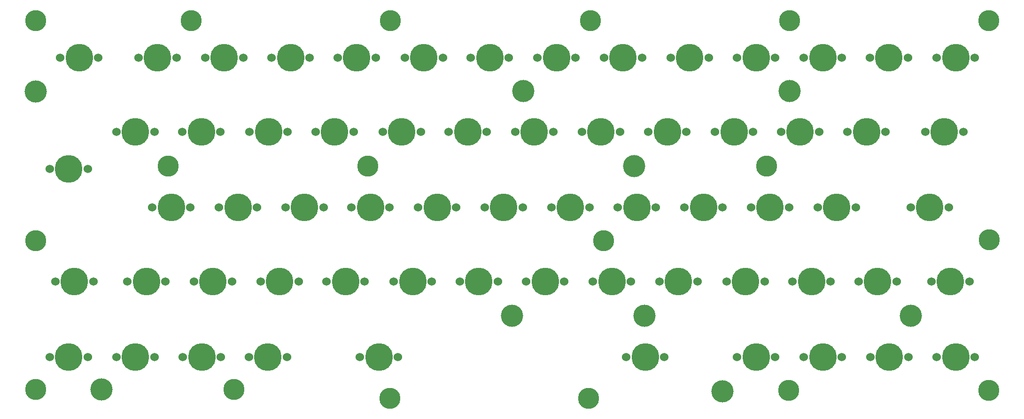
<source format=gbs>
G04 #@! TF.GenerationSoftware,KiCad,Pcbnew,5.1.8+dfsg1-1~bpo10+1*
G04 #@! TF.CreationDate,2020-11-24T20:00:48+01:00*
G04 #@! TF.ProjectId,armpofo_keyboard,61726d70-6f66-46f5-9f6b-6579626f6172,rev?*
G04 #@! TF.SameCoordinates,Original*
G04 #@! TF.FileFunction,Soldermask,Bot*
G04 #@! TF.FilePolarity,Negative*
%FSLAX46Y46*%
G04 Gerber Fmt 4.6, Leading zero omitted, Abs format (unit mm)*
G04 Created by KiCad (PCBNEW 5.1.8+dfsg1-1~bpo10+1) date 2020-11-24 20:00:48*
%MOMM*%
%LPD*%
G01*
G04 APERTURE LIST*
%ADD10C,5.000000*%
%ADD11C,1.524000*%
%ADD12C,4.000000*%
%ADD13C,3.800000*%
G04 APERTURE END LIST*
D10*
G04 #@! TO.C,SW36*
X100600000Y-37100000D03*
D11*
X104029000Y-37100000D03*
X97171000Y-37100000D03*
G04 #@! TD*
D10*
G04 #@! TO.C,SW1*
X12100000Y-10100000D03*
D11*
X15529000Y-10100000D03*
X8671000Y-10100000D03*
G04 #@! TD*
D10*
G04 #@! TO.C,SW2*
X26200000Y-10100000D03*
D11*
X29629000Y-10100000D03*
X22771000Y-10100000D03*
G04 #@! TD*
D10*
G04 #@! TO.C,SW3*
X38200000Y-10100000D03*
D11*
X41629000Y-10100000D03*
X34771000Y-10100000D03*
G04 #@! TD*
D10*
G04 #@! TO.C,SW4*
X50200000Y-10100000D03*
D11*
X53629000Y-10100000D03*
X46771000Y-10100000D03*
G04 #@! TD*
D10*
G04 #@! TO.C,SW5*
X62100000Y-10100000D03*
D11*
X65529000Y-10100000D03*
X58671000Y-10100000D03*
G04 #@! TD*
D10*
G04 #@! TO.C,SW6*
X74200000Y-10100000D03*
D11*
X77629000Y-10100000D03*
X70771000Y-10100000D03*
G04 #@! TD*
D10*
G04 #@! TO.C,SW7*
X86100000Y-10100000D03*
D11*
X89529000Y-10100000D03*
X82671000Y-10100000D03*
G04 #@! TD*
D10*
G04 #@! TO.C,SW8*
X98100000Y-10100000D03*
D11*
X101529000Y-10100000D03*
X94671000Y-10100000D03*
G04 #@! TD*
D10*
G04 #@! TO.C,SW9*
X110100000Y-10100000D03*
D11*
X113529000Y-10100000D03*
X106671000Y-10100000D03*
G04 #@! TD*
D10*
G04 #@! TO.C,SW10*
X122100000Y-10100000D03*
D11*
X125529000Y-10100000D03*
X118671000Y-10100000D03*
G04 #@! TD*
D10*
G04 #@! TO.C,SW11*
X134100000Y-10100000D03*
D11*
X137529000Y-10100000D03*
X130671000Y-10100000D03*
G04 #@! TD*
D10*
G04 #@! TO.C,SW12*
X146100000Y-10100000D03*
D11*
X149529000Y-10100000D03*
X142671000Y-10100000D03*
G04 #@! TD*
D10*
G04 #@! TO.C,SW13*
X158000000Y-10100000D03*
D11*
X161429000Y-10100000D03*
X154571000Y-10100000D03*
G04 #@! TD*
D10*
G04 #@! TO.C,SW14*
X170100000Y-10100000D03*
D11*
X173529000Y-10100000D03*
X166671000Y-10100000D03*
G04 #@! TD*
D10*
G04 #@! TO.C,SW15*
X22200000Y-23500000D03*
D11*
X25629000Y-23500000D03*
X18771000Y-23500000D03*
G04 #@! TD*
D10*
G04 #@! TO.C,SW16*
X34100000Y-23500000D03*
D11*
X37529000Y-23500000D03*
X30671000Y-23500000D03*
G04 #@! TD*
D10*
G04 #@! TO.C,SW17*
X46200000Y-23500000D03*
D11*
X49629000Y-23500000D03*
X42771000Y-23500000D03*
G04 #@! TD*
D10*
G04 #@! TO.C,SW18*
X58100000Y-23500000D03*
D11*
X61529000Y-23500000D03*
X54671000Y-23500000D03*
G04 #@! TD*
D10*
G04 #@! TO.C,SW19*
X70200000Y-23500000D03*
D11*
X73629000Y-23500000D03*
X66771000Y-23500000D03*
G04 #@! TD*
D10*
G04 #@! TO.C,SW20*
X82100000Y-23500000D03*
D11*
X85529000Y-23500000D03*
X78671000Y-23500000D03*
G04 #@! TD*
D10*
G04 #@! TO.C,SW21*
X94100000Y-23500000D03*
D11*
X97529000Y-23500000D03*
X90671000Y-23500000D03*
G04 #@! TD*
D10*
G04 #@! TO.C,SW22*
X106100000Y-23500000D03*
D11*
X109529000Y-23500000D03*
X102671000Y-23500000D03*
G04 #@! TD*
D10*
G04 #@! TO.C,SW23*
X118100000Y-23500000D03*
D11*
X121529000Y-23500000D03*
X114671000Y-23500000D03*
G04 #@! TD*
D10*
G04 #@! TO.C,SW24*
X130100000Y-23500000D03*
D11*
X133529000Y-23500000D03*
X126671000Y-23500000D03*
G04 #@! TD*
D10*
G04 #@! TO.C,SW25*
X142000000Y-23500000D03*
D11*
X145429000Y-23500000D03*
X138571000Y-23500000D03*
G04 #@! TD*
D10*
G04 #@! TO.C,SW26*
X154000000Y-23500000D03*
D11*
X157429000Y-23500000D03*
X150571000Y-23500000D03*
G04 #@! TD*
D10*
G04 #@! TO.C,SW27*
X168000000Y-23500000D03*
D11*
X171429000Y-23500000D03*
X164571000Y-23500000D03*
G04 #@! TD*
D10*
G04 #@! TO.C,SW28*
X10200000Y-30200000D03*
D11*
X13629000Y-30200000D03*
X6771000Y-30200000D03*
G04 #@! TD*
D10*
G04 #@! TO.C,SW29*
X165400000Y-37100000D03*
D11*
X168829000Y-37100000D03*
X161971000Y-37100000D03*
G04 #@! TD*
D10*
G04 #@! TO.C,SW30*
X28700000Y-37100000D03*
D11*
X32129000Y-37100000D03*
X25271000Y-37100000D03*
G04 #@! TD*
D10*
G04 #@! TO.C,SW31*
X40700000Y-37100000D03*
D11*
X44129000Y-37100000D03*
X37271000Y-37100000D03*
G04 #@! TD*
D10*
G04 #@! TO.C,SW32*
X52700000Y-37100000D03*
D11*
X56129000Y-37100000D03*
X49271000Y-37100000D03*
G04 #@! TD*
D10*
G04 #@! TO.C,SW33*
X64600000Y-37100000D03*
D11*
X68029000Y-37100000D03*
X61171000Y-37100000D03*
G04 #@! TD*
D10*
G04 #@! TO.C,SW34*
X76600000Y-37100000D03*
D11*
X80029000Y-37100000D03*
X73171000Y-37100000D03*
G04 #@! TD*
D10*
G04 #@! TO.C,SW35*
X88600000Y-37100000D03*
D11*
X92029000Y-37100000D03*
X85171000Y-37100000D03*
G04 #@! TD*
D10*
G04 #@! TO.C,SW37*
X112600000Y-37100000D03*
D11*
X116029000Y-37100000D03*
X109171000Y-37100000D03*
G04 #@! TD*
D10*
G04 #@! TO.C,SW38*
X124600000Y-37100000D03*
D11*
X128029000Y-37100000D03*
X121171000Y-37100000D03*
G04 #@! TD*
D10*
G04 #@! TO.C,SW39*
X136600000Y-37100000D03*
D11*
X140029000Y-37100000D03*
X133171000Y-37100000D03*
G04 #@! TD*
D10*
G04 #@! TO.C,SW40*
X148600000Y-37100000D03*
D11*
X152029000Y-37100000D03*
X145171000Y-37100000D03*
G04 #@! TD*
D10*
G04 #@! TO.C,SW41*
X11200000Y-50500000D03*
D11*
X14629000Y-50500000D03*
X7771000Y-50500000D03*
G04 #@! TD*
D10*
G04 #@! TO.C,SW42*
X24200000Y-50500000D03*
D11*
X27629000Y-50500000D03*
X20771000Y-50500000D03*
G04 #@! TD*
D10*
G04 #@! TO.C,SW43*
X36200000Y-50500000D03*
D11*
X39629000Y-50500000D03*
X32771000Y-50500000D03*
G04 #@! TD*
D10*
G04 #@! TO.C,SW44*
X48200000Y-50500000D03*
D11*
X51629000Y-50500000D03*
X44771000Y-50500000D03*
G04 #@! TD*
D10*
G04 #@! TO.C,SW45*
X60100000Y-50500000D03*
D11*
X63529000Y-50500000D03*
X56671000Y-50500000D03*
G04 #@! TD*
D10*
G04 #@! TO.C,SW46*
X72200000Y-50500000D03*
D11*
X75629000Y-50500000D03*
X68771000Y-50500000D03*
G04 #@! TD*
D10*
G04 #@! TO.C,SW47*
X84100000Y-50500000D03*
D11*
X87529000Y-50500000D03*
X80671000Y-50500000D03*
G04 #@! TD*
D10*
G04 #@! TO.C,SW48*
X96100000Y-50500000D03*
D11*
X99529000Y-50500000D03*
X92671000Y-50500000D03*
G04 #@! TD*
D10*
G04 #@! TO.C,SW49*
X108100000Y-50500000D03*
D11*
X111529000Y-50500000D03*
X104671000Y-50500000D03*
G04 #@! TD*
D10*
G04 #@! TO.C,SW50*
X120100000Y-50500000D03*
D11*
X123529000Y-50500000D03*
X116671000Y-50500000D03*
G04 #@! TD*
D10*
G04 #@! TO.C,SW51*
X132200000Y-50500000D03*
D11*
X135629000Y-50500000D03*
X128771000Y-50500000D03*
G04 #@! TD*
D10*
G04 #@! TO.C,SW52*
X144100000Y-50500000D03*
D11*
X147529000Y-50500000D03*
X140671000Y-50500000D03*
G04 #@! TD*
D10*
G04 #@! TO.C,SW53*
X156000000Y-50500000D03*
D11*
X159429000Y-50500000D03*
X152571000Y-50500000D03*
G04 #@! TD*
D10*
G04 #@! TO.C,SW54*
X169100000Y-50500000D03*
D11*
X172529000Y-50500000D03*
X165671000Y-50500000D03*
G04 #@! TD*
D10*
G04 #@! TO.C,SW55*
X10200000Y-64100000D03*
D11*
X13629000Y-64100000D03*
X6771000Y-64100000D03*
G04 #@! TD*
D10*
G04 #@! TO.C,SW56*
X22200000Y-64100000D03*
D11*
X25629000Y-64100000D03*
X18771000Y-64100000D03*
G04 #@! TD*
D10*
G04 #@! TO.C,SW57*
X34200000Y-64100000D03*
D11*
X37629000Y-64100000D03*
X30771000Y-64100000D03*
G04 #@! TD*
D10*
G04 #@! TO.C,SW58*
X46100000Y-64100000D03*
D11*
X49529000Y-64100000D03*
X42671000Y-64100000D03*
G04 #@! TD*
D10*
G04 #@! TO.C,SW59*
X66100000Y-64100000D03*
D11*
X69529000Y-64100000D03*
X62671000Y-64100000D03*
G04 #@! TD*
D10*
G04 #@! TO.C,SW60*
X114100000Y-64100000D03*
D11*
X117529000Y-64100000D03*
X110671000Y-64100000D03*
G04 #@! TD*
D10*
G04 #@! TO.C,SW61*
X134100000Y-64100000D03*
D11*
X137529000Y-64100000D03*
X130671000Y-64100000D03*
G04 #@! TD*
D10*
G04 #@! TO.C,SW62*
X146100000Y-64100000D03*
D11*
X149529000Y-64100000D03*
X142671000Y-64100000D03*
G04 #@! TD*
D10*
G04 #@! TO.C,SW63*
X158100000Y-64100000D03*
D11*
X161529000Y-64100000D03*
X154671000Y-64100000D03*
G04 #@! TD*
D10*
G04 #@! TO.C,SW64*
X170100000Y-64100000D03*
D11*
X173529000Y-64100000D03*
X166671000Y-64100000D03*
G04 #@! TD*
D12*
G04 #@! TO.C,H3*
X4200000Y-16200000D03*
G04 #@! TD*
G04 #@! TO.C,H4*
X92100000Y-16100000D03*
G04 #@! TD*
G04 #@! TO.C,H5*
X140100000Y-16100000D03*
G04 #@! TD*
G04 #@! TO.C,H6*
X112100000Y-29700000D03*
G04 #@! TD*
G04 #@! TO.C,H7*
X90100000Y-56700000D03*
G04 #@! TD*
G04 #@! TO.C,H8*
X114000000Y-56700000D03*
G04 #@! TD*
G04 #@! TO.C,H9*
X162000000Y-56700000D03*
G04 #@! TD*
G04 #@! TO.C,H10*
X16100000Y-70000000D03*
G04 #@! TD*
G04 #@! TO.C,H11*
X128000000Y-70300000D03*
G04 #@! TD*
D13*
G04 #@! TO.C,M1*
X32300000Y-3400000D03*
G04 #@! TD*
G04 #@! TO.C,M2*
X68200000Y-3400000D03*
G04 #@! TD*
G04 #@! TO.C,M3*
X104200000Y-3400000D03*
G04 #@! TD*
G04 #@! TO.C,M4*
X140100000Y-3400000D03*
G04 #@! TD*
G04 #@! TO.C,M5*
X176000000Y-3400000D03*
G04 #@! TD*
G04 #@! TO.C,M6*
X4200000Y-3400000D03*
G04 #@! TD*
G04 #@! TO.C,M7*
X28100000Y-29700000D03*
G04 #@! TD*
G04 #@! TO.C,M8*
X64100000Y-29700000D03*
G04 #@! TD*
G04 #@! TO.C,M9*
X136000000Y-29700000D03*
G04 #@! TD*
G04 #@! TO.C,M10*
X4200000Y-43100000D03*
G04 #@! TD*
G04 #@! TO.C,M11*
X106600000Y-43100000D03*
G04 #@! TD*
G04 #@! TO.C,M12*
X176100000Y-43000000D03*
G04 #@! TD*
G04 #@! TO.C,M13*
X4200000Y-70000000D03*
G04 #@! TD*
G04 #@! TO.C,M14*
X140000000Y-70100000D03*
G04 #@! TD*
G04 #@! TO.C,M15*
X176000000Y-70100000D03*
G04 #@! TD*
G04 #@! TO.C,M16*
X40000000Y-70000000D03*
G04 #@! TD*
G04 #@! TO.C,M17*
X68100000Y-71600000D03*
G04 #@! TD*
G04 #@! TO.C,M18*
X103900000Y-71600000D03*
G04 #@! TD*
M02*

</source>
